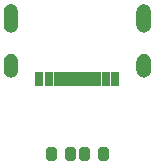
<source format=gbr>
G04 EAGLE Gerber RS-274X export*
G75*
%MOMM*%
%FSLAX34Y34*%
%LPD*%
%INSoldermask Bottom*%
%IPPOS*%
%AMOC8*
5,1,8,0,0,1.08239X$1,22.5*%
G01*
%ADD10R,0.803200X1.303200*%
%ADD11R,0.503200X1.303200*%
%ADD12C,0.584781*%

G36*
X171675Y192536D02*
X171675Y192536D01*
X171681Y192541D01*
X171685Y192538D01*
X172810Y192880D01*
X172815Y192885D01*
X172819Y192883D01*
X173857Y193438D01*
X173860Y193444D01*
X173865Y193443D01*
X174774Y194189D01*
X174776Y194196D01*
X174781Y194196D01*
X175527Y195105D01*
X175527Y195113D01*
X175532Y195113D01*
X176087Y196151D01*
X176086Y196158D01*
X176090Y196160D01*
X176432Y197285D01*
X176429Y197292D01*
X176434Y197295D01*
X176549Y198465D01*
X176547Y198468D01*
X176549Y198470D01*
X176549Y210470D01*
X176547Y210473D01*
X176549Y210475D01*
X176434Y211645D01*
X176429Y211651D01*
X176432Y211655D01*
X176090Y212780D01*
X176085Y212785D01*
X176087Y212789D01*
X175532Y213827D01*
X175526Y213830D01*
X175527Y213835D01*
X174781Y214744D01*
X174774Y214746D01*
X174774Y214751D01*
X173865Y215497D01*
X173857Y215497D01*
X173857Y215502D01*
X172819Y216057D01*
X172812Y216056D01*
X172810Y216060D01*
X171685Y216402D01*
X171678Y216399D01*
X171675Y216404D01*
X170505Y216519D01*
X170499Y216515D01*
X170495Y216519D01*
X169325Y216404D01*
X169319Y216399D01*
X169315Y216402D01*
X168190Y216060D01*
X168185Y216055D01*
X168181Y216057D01*
X167143Y215502D01*
X167140Y215496D01*
X167135Y215497D01*
X166226Y214751D01*
X166224Y214744D01*
X166219Y214744D01*
X165473Y213835D01*
X165473Y213827D01*
X165468Y213827D01*
X164913Y212789D01*
X164914Y212782D01*
X164910Y212780D01*
X164568Y211655D01*
X164571Y211648D01*
X164566Y211645D01*
X164451Y210475D01*
X164453Y210472D01*
X164451Y210470D01*
X164451Y198470D01*
X164453Y198467D01*
X164451Y198465D01*
X164566Y197295D01*
X164571Y197289D01*
X164568Y197285D01*
X164910Y196160D01*
X164915Y196155D01*
X164913Y196151D01*
X165468Y195113D01*
X165474Y195110D01*
X165473Y195105D01*
X166219Y194196D01*
X166226Y194194D01*
X166226Y194189D01*
X167135Y193443D01*
X167143Y193443D01*
X167143Y193438D01*
X168181Y192883D01*
X168188Y192884D01*
X168190Y192880D01*
X169315Y192538D01*
X169322Y192541D01*
X169325Y192536D01*
X170495Y192421D01*
X170501Y192425D01*
X170505Y192421D01*
X171675Y192536D01*
G37*
G36*
X59275Y192536D02*
X59275Y192536D01*
X59281Y192541D01*
X59285Y192538D01*
X60410Y192880D01*
X60415Y192885D01*
X60419Y192883D01*
X61457Y193438D01*
X61460Y193444D01*
X61465Y193443D01*
X62374Y194189D01*
X62376Y194196D01*
X62381Y194196D01*
X63127Y195105D01*
X63127Y195113D01*
X63132Y195113D01*
X63687Y196151D01*
X63686Y196158D01*
X63690Y196160D01*
X64032Y197285D01*
X64029Y197292D01*
X64034Y197295D01*
X64149Y198465D01*
X64147Y198468D01*
X64149Y198470D01*
X64149Y210470D01*
X64147Y210473D01*
X64149Y210475D01*
X64034Y211645D01*
X64029Y211651D01*
X64032Y211655D01*
X63690Y212780D01*
X63685Y212785D01*
X63687Y212789D01*
X63132Y213827D01*
X63126Y213830D01*
X63127Y213835D01*
X62381Y214744D01*
X62374Y214746D01*
X62374Y214751D01*
X61465Y215497D01*
X61457Y215497D01*
X61457Y215502D01*
X60419Y216057D01*
X60412Y216056D01*
X60410Y216060D01*
X59285Y216402D01*
X59278Y216399D01*
X59275Y216404D01*
X58105Y216519D01*
X58099Y216515D01*
X58095Y216519D01*
X56925Y216404D01*
X56919Y216399D01*
X56915Y216402D01*
X55790Y216060D01*
X55785Y216055D01*
X55781Y216057D01*
X54743Y215502D01*
X54740Y215496D01*
X54735Y215497D01*
X53826Y214751D01*
X53824Y214744D01*
X53819Y214744D01*
X53073Y213835D01*
X53073Y213827D01*
X53068Y213827D01*
X52513Y212789D01*
X52514Y212782D01*
X52510Y212780D01*
X52168Y211655D01*
X52171Y211648D01*
X52166Y211645D01*
X52051Y210475D01*
X52053Y210472D01*
X52051Y210470D01*
X52051Y198470D01*
X52053Y198467D01*
X52051Y198465D01*
X52166Y197295D01*
X52171Y197289D01*
X52168Y197285D01*
X52510Y196160D01*
X52515Y196155D01*
X52513Y196151D01*
X53068Y195113D01*
X53074Y195110D01*
X53073Y195105D01*
X53819Y194196D01*
X53826Y194194D01*
X53826Y194189D01*
X54735Y193443D01*
X54743Y193443D01*
X54743Y193438D01*
X55781Y192883D01*
X55788Y192884D01*
X55790Y192880D01*
X56915Y192538D01*
X56922Y192541D01*
X56925Y192536D01*
X58095Y192421D01*
X58101Y192425D01*
X58105Y192421D01*
X59275Y192536D01*
G37*
G36*
X171675Y154536D02*
X171675Y154536D01*
X171681Y154541D01*
X171685Y154538D01*
X172810Y154880D01*
X172815Y154885D01*
X172819Y154883D01*
X173857Y155438D01*
X173860Y155444D01*
X173865Y155443D01*
X174774Y156189D01*
X174776Y156196D01*
X174781Y156196D01*
X175527Y157105D01*
X175527Y157113D01*
X175532Y157113D01*
X176087Y158151D01*
X176086Y158158D01*
X176090Y158160D01*
X176432Y159285D01*
X176429Y159292D01*
X176434Y159295D01*
X176549Y160465D01*
X176547Y160468D01*
X176549Y160470D01*
X176549Y168470D01*
X176547Y168473D01*
X176549Y168475D01*
X176434Y169645D01*
X176429Y169651D01*
X176432Y169655D01*
X176090Y170780D01*
X176085Y170785D01*
X176087Y170789D01*
X175532Y171827D01*
X175526Y171830D01*
X175527Y171835D01*
X174781Y172744D01*
X174774Y172746D01*
X174774Y172751D01*
X173865Y173497D01*
X173857Y173497D01*
X173857Y173502D01*
X172819Y174057D01*
X172812Y174056D01*
X172810Y174060D01*
X171685Y174402D01*
X171678Y174399D01*
X171675Y174404D01*
X170505Y174519D01*
X170499Y174515D01*
X170495Y174519D01*
X169325Y174404D01*
X169319Y174399D01*
X169315Y174402D01*
X168190Y174060D01*
X168185Y174055D01*
X168181Y174057D01*
X167143Y173502D01*
X167140Y173496D01*
X167135Y173497D01*
X166226Y172751D01*
X166224Y172744D01*
X166219Y172744D01*
X165473Y171835D01*
X165473Y171827D01*
X165468Y171827D01*
X164913Y170789D01*
X164914Y170786D01*
X164912Y170785D01*
X164914Y170782D01*
X164910Y170780D01*
X164568Y169655D01*
X164569Y169653D01*
X164568Y169652D01*
X164570Y169649D01*
X164571Y169648D01*
X164566Y169645D01*
X164451Y168475D01*
X164453Y168472D01*
X164451Y168470D01*
X164451Y160470D01*
X164453Y160467D01*
X164451Y160465D01*
X164566Y159295D01*
X164571Y159289D01*
X164568Y159285D01*
X164910Y158160D01*
X164915Y158155D01*
X164913Y158151D01*
X165468Y157113D01*
X165474Y157110D01*
X165473Y157105D01*
X166219Y156196D01*
X166226Y156194D01*
X166226Y156189D01*
X167135Y155443D01*
X167143Y155443D01*
X167143Y155438D01*
X168181Y154883D01*
X168188Y154884D01*
X168190Y154880D01*
X169315Y154538D01*
X169322Y154541D01*
X169325Y154536D01*
X170495Y154421D01*
X170501Y154425D01*
X170505Y154421D01*
X171675Y154536D01*
G37*
G36*
X59275Y154536D02*
X59275Y154536D01*
X59281Y154541D01*
X59285Y154538D01*
X60410Y154880D01*
X60415Y154885D01*
X60419Y154883D01*
X61457Y155438D01*
X61460Y155444D01*
X61465Y155443D01*
X62374Y156189D01*
X62376Y156196D01*
X62381Y156196D01*
X63127Y157105D01*
X63127Y157113D01*
X63132Y157113D01*
X63687Y158151D01*
X63686Y158158D01*
X63690Y158160D01*
X64032Y159285D01*
X64029Y159292D01*
X64034Y159295D01*
X64149Y160465D01*
X64147Y160468D01*
X64149Y160470D01*
X64149Y168470D01*
X64147Y168473D01*
X64149Y168475D01*
X64034Y169645D01*
X64029Y169651D01*
X64032Y169655D01*
X63690Y170780D01*
X63685Y170785D01*
X63687Y170789D01*
X63132Y171827D01*
X63126Y171830D01*
X63127Y171835D01*
X62381Y172744D01*
X62374Y172746D01*
X62374Y172751D01*
X61465Y173497D01*
X61457Y173497D01*
X61457Y173502D01*
X60419Y174057D01*
X60412Y174056D01*
X60410Y174060D01*
X59285Y174402D01*
X59278Y174399D01*
X59275Y174404D01*
X58105Y174519D01*
X58099Y174515D01*
X58095Y174519D01*
X56925Y174404D01*
X56919Y174399D01*
X56915Y174402D01*
X55790Y174060D01*
X55785Y174055D01*
X55781Y174057D01*
X54743Y173502D01*
X54740Y173496D01*
X54735Y173497D01*
X53826Y172751D01*
X53824Y172744D01*
X53819Y172744D01*
X53073Y171835D01*
X53073Y171827D01*
X53068Y171827D01*
X52513Y170789D01*
X52514Y170786D01*
X52512Y170785D01*
X52514Y170782D01*
X52510Y170780D01*
X52168Y169655D01*
X52169Y169653D01*
X52168Y169652D01*
X52170Y169649D01*
X52171Y169648D01*
X52166Y169645D01*
X52051Y168475D01*
X52053Y168472D01*
X52051Y168470D01*
X52051Y160470D01*
X52053Y160467D01*
X52051Y160465D01*
X52166Y159295D01*
X52171Y159289D01*
X52168Y159285D01*
X52510Y158160D01*
X52515Y158155D01*
X52513Y158151D01*
X53068Y157113D01*
X53074Y157110D01*
X53073Y157105D01*
X53819Y156196D01*
X53826Y156194D01*
X53826Y156189D01*
X54735Y155443D01*
X54743Y155443D01*
X54743Y155438D01*
X55781Y154883D01*
X55788Y154884D01*
X55790Y154880D01*
X56915Y154538D01*
X56922Y154541D01*
X56925Y154536D01*
X58095Y154421D01*
X58101Y154425D01*
X58105Y154421D01*
X59275Y154536D01*
G37*
G36*
X138022Y85473D02*
X138022Y85473D01*
X138024Y85471D01*
X138321Y85494D01*
X138325Y85498D01*
X138329Y85495D01*
X138619Y85565D01*
X138622Y85570D01*
X138626Y85567D01*
X138902Y85681D01*
X138905Y85687D01*
X138909Y85685D01*
X139163Y85841D01*
X139165Y85846D01*
X139169Y85845D01*
X139396Y86038D01*
X139397Y86044D01*
X139402Y86044D01*
X139595Y86271D01*
X139595Y86277D01*
X139599Y86277D01*
X139755Y86531D01*
X139754Y86537D01*
X139759Y86538D01*
X139873Y86814D01*
X139871Y86820D01*
X139875Y86821D01*
X139945Y87111D01*
X139941Y87119D01*
X139946Y87123D01*
X139969Y92920D01*
X139967Y92922D01*
X139969Y92924D01*
X139946Y93221D01*
X139942Y93225D01*
X139945Y93229D01*
X139875Y93519D01*
X139870Y93522D01*
X139873Y93526D01*
X139759Y93802D01*
X139753Y93805D01*
X139755Y93809D01*
X139599Y94063D01*
X139594Y94065D01*
X139595Y94069D01*
X139402Y94296D01*
X139396Y94297D01*
X139396Y94302D01*
X139169Y94495D01*
X139163Y94495D01*
X139163Y94499D01*
X138909Y94655D01*
X138903Y94654D01*
X138902Y94659D01*
X138626Y94773D01*
X138620Y94771D01*
X138619Y94775D01*
X138329Y94845D01*
X138323Y94843D01*
X138321Y94846D01*
X138024Y94869D01*
X138021Y94868D01*
X138020Y94869D01*
X134420Y94869D01*
X134418Y94867D01*
X134416Y94869D01*
X134119Y94846D01*
X134115Y94842D01*
X134111Y94845D01*
X133821Y94775D01*
X133818Y94770D01*
X133814Y94773D01*
X133538Y94659D01*
X133535Y94653D01*
X133531Y94655D01*
X133277Y94499D01*
X133275Y94494D01*
X133271Y94495D01*
X133044Y94302D01*
X133043Y94296D01*
X133038Y94296D01*
X132845Y94069D01*
X132845Y94063D01*
X132841Y94063D01*
X132685Y93809D01*
X132686Y93803D01*
X132681Y93802D01*
X132567Y93526D01*
X132569Y93520D01*
X132565Y93519D01*
X132495Y93229D01*
X132499Y93221D01*
X132494Y93217D01*
X132471Y87420D01*
X132473Y87418D01*
X132471Y87416D01*
X132494Y87119D01*
X132498Y87115D01*
X132495Y87111D01*
X132565Y86821D01*
X132570Y86818D01*
X132567Y86814D01*
X132681Y86538D01*
X132687Y86535D01*
X132685Y86531D01*
X132841Y86277D01*
X132846Y86275D01*
X132845Y86271D01*
X133038Y86044D01*
X133044Y86043D01*
X133044Y86038D01*
X133271Y85845D01*
X133277Y85845D01*
X133277Y85841D01*
X133531Y85685D01*
X133537Y85686D01*
X133538Y85681D01*
X133814Y85567D01*
X133820Y85569D01*
X133821Y85565D01*
X134111Y85495D01*
X134117Y85498D01*
X134119Y85494D01*
X134416Y85471D01*
X134419Y85473D01*
X134420Y85471D01*
X138020Y85471D01*
X138022Y85473D01*
G37*
G36*
X93852Y85473D02*
X93852Y85473D01*
X93854Y85471D01*
X94151Y85494D01*
X94155Y85498D01*
X94159Y85495D01*
X94449Y85565D01*
X94452Y85570D01*
X94456Y85567D01*
X94732Y85681D01*
X94735Y85687D01*
X94739Y85685D01*
X94993Y85841D01*
X94995Y85846D01*
X94999Y85845D01*
X95226Y86038D01*
X95227Y86044D01*
X95232Y86044D01*
X95425Y86271D01*
X95425Y86277D01*
X95429Y86277D01*
X95585Y86531D01*
X95584Y86537D01*
X95589Y86538D01*
X95703Y86814D01*
X95701Y86820D01*
X95705Y86821D01*
X95775Y87111D01*
X95771Y87119D01*
X95776Y87123D01*
X95799Y92920D01*
X95797Y92922D01*
X95799Y92924D01*
X95776Y93221D01*
X95772Y93225D01*
X95775Y93229D01*
X95705Y93519D01*
X95700Y93522D01*
X95703Y93526D01*
X95589Y93802D01*
X95583Y93805D01*
X95585Y93809D01*
X95429Y94063D01*
X95424Y94065D01*
X95425Y94069D01*
X95232Y94296D01*
X95226Y94297D01*
X95226Y94302D01*
X94999Y94495D01*
X94993Y94495D01*
X94993Y94499D01*
X94739Y94655D01*
X94733Y94654D01*
X94732Y94659D01*
X94456Y94773D01*
X94450Y94771D01*
X94449Y94775D01*
X94159Y94845D01*
X94153Y94843D01*
X94151Y94846D01*
X93854Y94869D01*
X93851Y94868D01*
X93850Y94869D01*
X90250Y94869D01*
X90248Y94867D01*
X90246Y94869D01*
X89949Y94846D01*
X89945Y94842D01*
X89941Y94845D01*
X89651Y94775D01*
X89648Y94770D01*
X89644Y94773D01*
X89368Y94659D01*
X89365Y94653D01*
X89361Y94655D01*
X89107Y94499D01*
X89105Y94494D01*
X89101Y94495D01*
X88874Y94302D01*
X88873Y94296D01*
X88868Y94296D01*
X88675Y94069D01*
X88675Y94063D01*
X88671Y94063D01*
X88515Y93809D01*
X88516Y93803D01*
X88511Y93802D01*
X88397Y93526D01*
X88399Y93520D01*
X88395Y93519D01*
X88325Y93229D01*
X88329Y93221D01*
X88324Y93217D01*
X88301Y87420D01*
X88303Y87418D01*
X88301Y87416D01*
X88324Y87119D01*
X88328Y87115D01*
X88325Y87111D01*
X88395Y86821D01*
X88400Y86818D01*
X88397Y86814D01*
X88511Y86538D01*
X88517Y86535D01*
X88515Y86531D01*
X88671Y86277D01*
X88676Y86275D01*
X88675Y86271D01*
X88868Y86044D01*
X88874Y86043D01*
X88874Y86038D01*
X89101Y85845D01*
X89107Y85845D01*
X89107Y85841D01*
X89361Y85685D01*
X89367Y85686D01*
X89368Y85681D01*
X89644Y85567D01*
X89650Y85569D01*
X89651Y85565D01*
X89941Y85495D01*
X89947Y85498D01*
X89949Y85494D01*
X90246Y85471D01*
X90249Y85473D01*
X90250Y85471D01*
X93850Y85471D01*
X93852Y85473D01*
G37*
G36*
X122122Y85473D02*
X122122Y85473D01*
X122124Y85471D01*
X122421Y85494D01*
X122425Y85498D01*
X122429Y85495D01*
X122719Y85565D01*
X122722Y85570D01*
X122726Y85567D01*
X123002Y85681D01*
X123005Y85687D01*
X123009Y85685D01*
X123263Y85841D01*
X123265Y85846D01*
X123269Y85845D01*
X123496Y86038D01*
X123497Y86044D01*
X123502Y86044D01*
X123695Y86271D01*
X123695Y86277D01*
X123699Y86277D01*
X123855Y86531D01*
X123854Y86537D01*
X123859Y86538D01*
X123973Y86814D01*
X123971Y86820D01*
X123975Y86821D01*
X124045Y87111D01*
X124041Y87119D01*
X124046Y87123D01*
X124069Y92920D01*
X124067Y92922D01*
X124069Y92924D01*
X124046Y93221D01*
X124042Y93225D01*
X124045Y93229D01*
X123975Y93519D01*
X123970Y93522D01*
X123973Y93526D01*
X123859Y93802D01*
X123853Y93805D01*
X123855Y93809D01*
X123699Y94063D01*
X123694Y94065D01*
X123695Y94069D01*
X123502Y94296D01*
X123496Y94297D01*
X123496Y94302D01*
X123269Y94495D01*
X123263Y94495D01*
X123263Y94499D01*
X123009Y94655D01*
X123003Y94654D01*
X123002Y94659D01*
X122726Y94773D01*
X122720Y94771D01*
X122719Y94775D01*
X122429Y94845D01*
X122423Y94843D01*
X122421Y94846D01*
X122124Y94869D01*
X122121Y94868D01*
X122120Y94869D01*
X118520Y94869D01*
X118518Y94867D01*
X118516Y94869D01*
X118219Y94846D01*
X118215Y94842D01*
X118211Y94845D01*
X117921Y94775D01*
X117918Y94770D01*
X117914Y94773D01*
X117638Y94659D01*
X117635Y94653D01*
X117631Y94655D01*
X117377Y94499D01*
X117375Y94494D01*
X117371Y94495D01*
X117144Y94302D01*
X117143Y94296D01*
X117138Y94296D01*
X116945Y94069D01*
X116945Y94063D01*
X116941Y94063D01*
X116785Y93809D01*
X116786Y93803D01*
X116781Y93802D01*
X116667Y93526D01*
X116669Y93520D01*
X116665Y93519D01*
X116595Y93229D01*
X116599Y93221D01*
X116594Y93217D01*
X116571Y87420D01*
X116573Y87418D01*
X116571Y87416D01*
X116594Y87119D01*
X116598Y87115D01*
X116595Y87111D01*
X116665Y86821D01*
X116670Y86818D01*
X116667Y86814D01*
X116781Y86538D01*
X116787Y86535D01*
X116785Y86531D01*
X116941Y86277D01*
X116946Y86275D01*
X116945Y86271D01*
X117138Y86044D01*
X117144Y86043D01*
X117144Y86038D01*
X117371Y85845D01*
X117377Y85845D01*
X117377Y85841D01*
X117631Y85685D01*
X117637Y85686D01*
X117638Y85681D01*
X117914Y85567D01*
X117920Y85569D01*
X117921Y85565D01*
X118211Y85495D01*
X118217Y85498D01*
X118219Y85494D01*
X118516Y85471D01*
X118519Y85473D01*
X118520Y85471D01*
X122120Y85471D01*
X122122Y85473D01*
G37*
G36*
X109752Y85473D02*
X109752Y85473D01*
X109754Y85471D01*
X110051Y85494D01*
X110055Y85498D01*
X110059Y85495D01*
X110349Y85565D01*
X110352Y85570D01*
X110356Y85567D01*
X110632Y85681D01*
X110635Y85687D01*
X110639Y85685D01*
X110893Y85841D01*
X110895Y85846D01*
X110899Y85845D01*
X111126Y86038D01*
X111127Y86044D01*
X111132Y86044D01*
X111325Y86271D01*
X111325Y86277D01*
X111329Y86277D01*
X111485Y86531D01*
X111484Y86537D01*
X111489Y86538D01*
X111603Y86814D01*
X111601Y86820D01*
X111605Y86821D01*
X111675Y87111D01*
X111671Y87119D01*
X111676Y87123D01*
X111699Y92920D01*
X111697Y92922D01*
X111699Y92924D01*
X111676Y93221D01*
X111672Y93225D01*
X111675Y93229D01*
X111605Y93519D01*
X111600Y93522D01*
X111603Y93526D01*
X111489Y93802D01*
X111483Y93805D01*
X111485Y93809D01*
X111329Y94063D01*
X111324Y94065D01*
X111325Y94069D01*
X111132Y94296D01*
X111126Y94297D01*
X111126Y94302D01*
X110899Y94495D01*
X110893Y94495D01*
X110893Y94499D01*
X110639Y94655D01*
X110633Y94654D01*
X110632Y94659D01*
X110356Y94773D01*
X110350Y94771D01*
X110349Y94775D01*
X110059Y94845D01*
X110053Y94843D01*
X110051Y94846D01*
X109754Y94869D01*
X109751Y94868D01*
X109750Y94869D01*
X106150Y94869D01*
X106148Y94867D01*
X106146Y94869D01*
X105849Y94846D01*
X105845Y94842D01*
X105841Y94845D01*
X105551Y94775D01*
X105548Y94770D01*
X105544Y94773D01*
X105268Y94659D01*
X105265Y94653D01*
X105261Y94655D01*
X105007Y94499D01*
X105005Y94494D01*
X105001Y94495D01*
X104774Y94302D01*
X104773Y94296D01*
X104768Y94296D01*
X104575Y94069D01*
X104575Y94063D01*
X104571Y94063D01*
X104415Y93809D01*
X104416Y93803D01*
X104411Y93802D01*
X104297Y93526D01*
X104299Y93520D01*
X104295Y93519D01*
X104225Y93229D01*
X104229Y93221D01*
X104224Y93217D01*
X104201Y87420D01*
X104203Y87418D01*
X104201Y87416D01*
X104224Y87119D01*
X104228Y87115D01*
X104225Y87111D01*
X104295Y86821D01*
X104300Y86818D01*
X104297Y86814D01*
X104411Y86538D01*
X104417Y86535D01*
X104415Y86531D01*
X104571Y86277D01*
X104576Y86275D01*
X104575Y86271D01*
X104768Y86044D01*
X104774Y86043D01*
X104774Y86038D01*
X105001Y85845D01*
X105007Y85845D01*
X105007Y85841D01*
X105261Y85685D01*
X105267Y85686D01*
X105268Y85681D01*
X105544Y85567D01*
X105550Y85569D01*
X105551Y85565D01*
X105841Y85495D01*
X105847Y85498D01*
X105849Y85494D01*
X106146Y85471D01*
X106149Y85473D01*
X106150Y85471D01*
X109750Y85471D01*
X109752Y85473D01*
G37*
D10*
X82300Y152970D03*
X90300Y152970D03*
D11*
X96800Y152970D03*
X101800Y152970D03*
X106800Y152970D03*
X111800Y152970D03*
X116800Y152970D03*
X121800Y152970D03*
X126800Y152970D03*
X131800Y152970D03*
D10*
X138300Y152970D03*
X146300Y152970D03*
D12*
X138012Y87428D02*
X134428Y87428D01*
X134428Y92912D01*
X138012Y92912D01*
X138012Y87428D01*
X122112Y92912D02*
X118528Y92912D01*
X122112Y92912D02*
X122112Y87428D01*
X118528Y87428D01*
X118528Y92912D01*
X109742Y87428D02*
X106158Y87428D01*
X106158Y92912D01*
X109742Y92912D01*
X109742Y87428D01*
X93842Y92912D02*
X90258Y92912D01*
X93842Y92912D02*
X93842Y87428D01*
X90258Y87428D01*
X90258Y92912D01*
M02*

</source>
